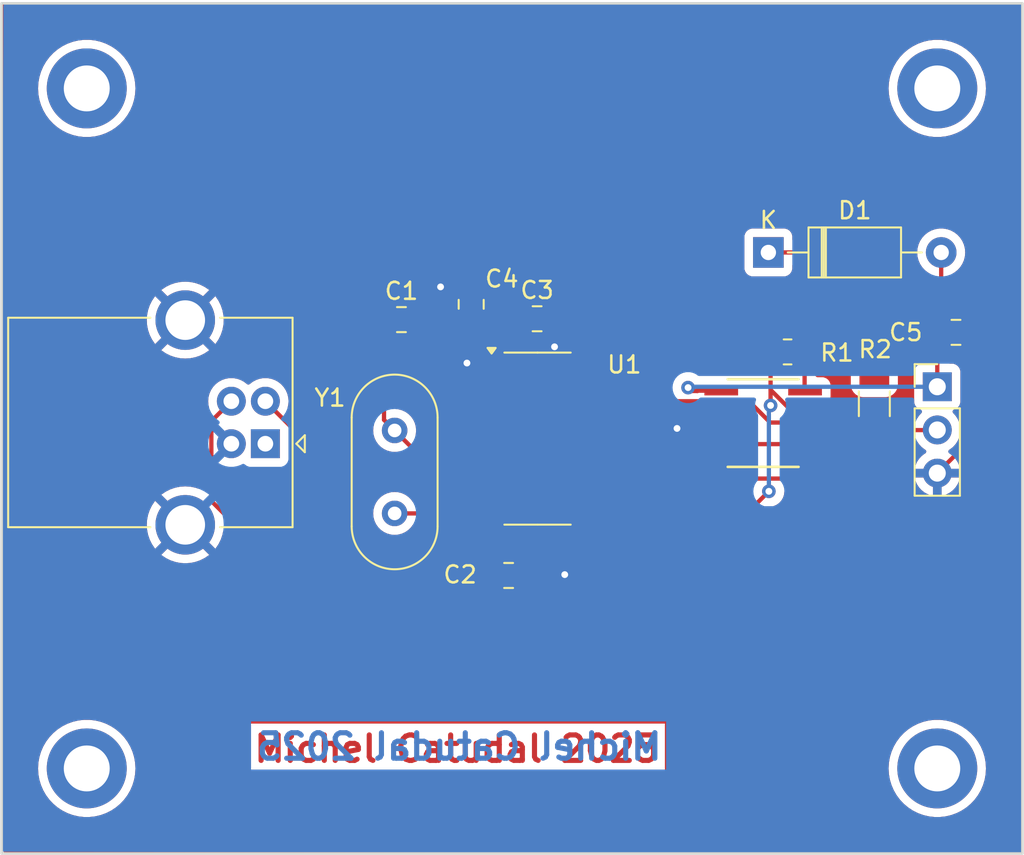
<source format=kicad_pcb>
(kicad_pcb (version 20240108) (generator "pcbnew") (generator_version "8.0")
  (layers (0 "F.Cu" signal) (31 "B.Cu" signal) (34 "B.Paste" user) (35 "F.Paste" user) (36 "B.SilkS" user "B.Silkscreen") (37 "F.SilkS" user "F.Silkscreen") (38 "B.Mask" user) (39 "F.Mask" user) (44 "Edge.Cuts" user))
  (net 0 "")
  (net 1 "GND")
  (net 2 "Net-(U1-XI)")
  (net 3 "Net-(U1-XO)")
  (net 4 "Net-(U1-V3)")
  (net 5 "Net-(U1-VCC)")
  (net 6 "Net-(D1-A)")
  (net 7 "Net-(D1-K)")
  (net 8 "Net-(P1-D+)")
  (net 9 "Net-(P1-D-)")
  (net 11 "Net-(P2-Pin_2)")
  (net 12 "Net-(U1-~{CTS})")
  (net 13 "Net-(U1-~{RTS})")
  (net 15 "Net-(U1-TXD)")
  (net 19 "Net-(U1-RXD)")
  (footprint "Capacitor_SMD:C_0805_2012Metric_Pad1.18x1.45mm_HandSolder" (layer "F.Cu") (at 153.5 98.6)
    (property "Reference" "C1" (at 0 -1.68 0) (layer "F.SilkS"))
    (property "Value" "22pF")
    (fp_line (start -0.261252 -0.735) (end 0.261252 -0.735) (stroke (width 0.12)) (layer "F.SilkS"))
    (fp_line (start -0.261252 0.735) (end 0.261252 0.735) (stroke (width 0.12)) (layer "F.SilkS"))
    (pad "1" smd roundrect (at -1.0375 0) (size 1.175 1.45) (layers "F.Cu" "F.Paste" "F.Mask") (roundrect_rratio 0.212766) (net 2 "Net-(U1-XI)"))
    (pad "2" smd roundrect (at 1.0375 0) (size 1.175 1.45) (layers "F.Cu" "F.Paste" "F.Mask") (roundrect_rratio 0.212766) (net 1 "GND"))
  )
  (footprint "Capacitor_SMD:C_0805_2012Metric_Pad1.18x1.45mm_HandSolder" (layer "F.Cu") (at 159.8 113.65)
    (property "Reference" "C2" (at -2.85 -0.05 0) (layer "F.SilkS"))
    (property "Value" "22pF")
    (fp_line (start -0.261252 -0.735) (end 0.261252 -0.735) (stroke (width 0.12)) (layer "F.SilkS"))
    (fp_line (start -0.261252 0.735) (end 0.261252 0.735) (stroke (width 0.12)) (layer "F.SilkS"))
    (pad "1" smd roundrect (at -1.0375 0) (size 1.175 1.45) (layers "F.Cu" "F.Paste" "F.Mask") (roundrect_rratio 0.212766) (net 3 "Net-(U1-XO)"))
    (pad "2" smd roundrect (at 1.0375 0) (size 1.175 1.45) (layers "F.Cu" "F.Paste" "F.Mask") (roundrect_rratio 0.212766) (net 1 "GND"))
  )
  (footprint "Capacitor_SMD:C_0805_2012Metric_Pad1.18x1.45mm_HandSolder" (layer "F.Cu") (at 161.475 98.55)
    (property "Reference" "C3" (at 0 -1.68 0) (layer "F.SilkS"))
    (property "Value" "0.1uF")
    (fp_line (start -0.261252 -0.735) (end 0.261252 -0.735) (stroke (width 0.12)) (layer "F.SilkS"))
    (fp_line (start -0.261252 0.735) (end 0.261252 0.735) (stroke (width 0.12)) (layer "F.SilkS"))
    (pad "1" smd roundrect (at -1.0375 0) (size 1.175 1.45) (layers "F.Cu" "F.Paste" "F.Mask") (roundrect_rratio 0.212766) (net 4 "Net-(U1-V3)"))
    (pad "2" smd roundrect (at 1.0375 0) (size 1.175 1.45) (layers "F.Cu" "F.Paste" "F.Mask") (roundrect_rratio 0.212766) (net 1 "GND"))
  )
  (footprint "Capacitor_SMD:C_0805_2012Metric_Pad1.18x1.45mm_HandSolder" (layer "F.Cu") (at 157.6 97.7 90)
    (property "Reference" "C4" (at 1.5 1.8 180) (layer "F.SilkS"))
    (property "Value" "0.1uF")
    (fp_line (start -0.261252 -0.735) (end 0.261252 -0.735) (stroke (width 0.12)) (layer "F.SilkS"))
    (fp_line (start -0.261252 0.735) (end 0.261252 0.735) (stroke (width 0.12)) (layer "F.SilkS"))
    (pad "1" smd roundrect (at -1.0375 0 90) (size 1.175 1.45) (layers "F.Cu" "F.Paste" "F.Mask") (roundrect_rratio 0.212766) (net 5 "Net-(U1-VCC)"))
    (pad "2" smd roundrect (at 1.0375 0 90) (size 1.175 1.45) (layers "F.Cu" "F.Paste" "F.Mask") (roundrect_rratio 0.212766) (net 1 "GND"))
  )
  (footprint "Connector_USB:USB_B_OST_USB-B1HSxx_Horizontal" (layer "F.Cu") (at 145.5 105.9 180)
    (property "Reference" "P1" (hide yes))
    (property "Value" "USB_B" (hide yes))
    (fp_line (start 15.12 7.41) (end 6.76 7.41) (stroke (width 0.12)) (layer "F.SilkS"))
    (fp_line (start 15.12 -4.91) (end 15.12 7.41) (stroke (width 0.12)) (layer "F.SilkS"))
    (fp_line (start 6.76 -4.91) (end 15.12 -4.91) (stroke (width 0.12)) (layer "F.SilkS"))
    (fp_line (start 2.66 -4.91) (end -1.6 -4.91) (stroke (width 0.12)) (layer "F.SilkS"))
    (fp_line (start -1.6 7.41) (end 2.66 7.41) (stroke (width 0.12)) (layer "F.SilkS"))
    (fp_line (start -1.6 -4.91) (end -1.6 7.41) (stroke (width 0.12)) (layer "F.SilkS"))
    (fp_line (start -1.82 0) (end -2.32 -0.5) (stroke (width 0.12)) (layer "F.SilkS"))
    (fp_line (start -2.32 0.5) (end -1.82 0) (stroke (width 0.12)) (layer "F.SilkS"))
    (fp_line (start -2.32 -0.5) (end -2.32 0.5) (stroke (width 0.12)) (layer "F.SilkS"))
    (pad "1" thru_hole rect (at 0 0 180) (size 1.7 1.7) (drill 0.92) (layers "*.Cu" "*.Mask"))
    (pad "2" thru_hole circle (at 0 2.5 180) (size 1.7 1.7) (drill 0.92) (layers "*.Cu" "*.Mask") (net 9 "Net-(P1-D-)"))
    (pad "3" thru_hole circle (at 2 2.5 180) (size 1.7 1.7) (drill 0.92) (layers "*.Cu" "*.Mask") (net 8 "Net-(P1-D+)"))
    (pad "4" thru_hole circle (at 2 0 180) (size 1.7 1.7) (drill 0.92) (layers "*.Cu" "*.Mask") (net 1 "GND"))
    (pad "5" thru_hole circle (at 4.71 -4.77 180) (size 3.5 3.5) (drill 2.33) (layers "*.Cu" "*.Mask") (net 1 "GND"))
    (pad "5" thru_hole circle (at 4.71 7.27 180) (size 3.5 3.5) (drill 2.33) (layers "*.Cu" "*.Mask") (net 1 "GND"))
  )
  (footprint "Package_SO:SOIC-16_3.9x9.9mm_P1.27mm" (layer "F.Cu") (at 161.5 105.6)
    (property "Reference" "U1" (at 5.1 -4.35 180) (layer "F.SilkS"))
    (property "Value" "CH340G")
    (fp_line (start 0 -5.06) (end -1.95 -5.06) (stroke (width 0.12)) (layer "F.SilkS"))
    (fp_line (start 0 -5.06) (end 1.95 -5.06) (stroke (width 0.12)) (layer "F.SilkS"))
    (fp_line (start 0 5.06) (end -1.95 5.06) (stroke (width 0.12)) (layer "F.SilkS"))
    (fp_line (start 0 5.06) (end 1.95 5.06) (stroke (width 0.12)) (layer "F.SilkS"))
    (fp_poly (pts (xy -2.7 -5.005) (xy -2.94 -5.335) (xy -2.46 -5.335) (xy -2.7 -5.005)) (stroke (width 0.12)) (fill solid) (layer "F.SilkS"))
    (pad "1" smd roundrect (at -2.475 -4.445) (size 1.95 0.6) (layers "F.Cu" "F.Paste" "F.Mask") (net 1 "GND"))
    (pad "2" smd roundrect (at -2.475 -3.175) (size 1.95 0.6) (layers "F.Cu" "F.Paste" "F.Mask") (net 15 "Net-(U1-TXD)"))
    (pad "3" smd roundrect (at -2.475 -1.905) (size 1.95 0.6) (layers "F.Cu" "F.Paste" "F.Mask") (net 19 "Net-(U1-RXD)"))
    (pad "4" smd roundrect (at -2.475 -0.635) (size 1.95 0.6) (layers "F.Cu" "F.Paste" "F.Mask") (net 4 "Net-(U1-V3)"))
    (pad "5" smd roundrect (at -2.475 0.635) (size 1.95 0.6) (layers "F.Cu" "F.Paste" "F.Mask") (net 8 "Net-(P1-D+)"))
    (pad "6" smd roundrect (at -2.475 1.905) (size 1.95 0.6) (layers "F.Cu" "F.Paste" "F.Mask") (net 9 "Net-(P1-D-)"))
    (pad "7" smd roundrect (at -2.475 3.175) (size 1.95 0.6) (layers "F.Cu" "F.Paste" "F.Mask") (net 2 "Net-(U1-XI)"))
    (pad "8" smd roundrect (at -2.475 4.445) (size 1.95 0.6) (layers "F.Cu" "F.Paste" "F.Mask") (net 3 "Net-(U1-XO)"))
    (pad "9" smd roundrect (at 2.475 4.445) (size 1.95 0.6) (layers "F.Cu" "F.Paste" "F.Mask") (net 12 "Net-(U1-~{CTS})"))
    (pad "10" smd roundrect (at 2.475 3.175) (size 1.95 0.6) (layers "F.Cu" "F.Paste" "F.Mask"))
    (pad "11" smd roundrect (at 2.475 1.905) (size 1.95 0.6) (layers "F.Cu" "F.Paste" "F.Mask"))
    (pad "12" smd roundrect (at 2.475 0.635) (size 1.95 0.6) (layers "F.Cu" "F.Paste" "F.Mask"))
    (pad "13" smd roundrect (at 2.475 -0.635) (size 1.95 0.6) (layers "F.Cu" "F.Paste" "F.Mask"))
    (pad "14" smd roundrect (at 2.475 -1.905) (size 1.95 0.6) (layers "F.Cu" "F.Paste" "F.Mask") (net 13 "Net-(U1-~{RTS})"))
    (pad "15" smd roundrect (at 2.475 -3.175) (size 1.95 0.6) (layers "F.Cu" "F.Paste" "F.Mask"))
    (pad "16" smd roundrect (at 2.475 -4.445) (size 1.95 0.6) (layers "F.Cu" "F.Paste" "F.Mask") (net 5 "Net-(U1-VCC)"))
  )
  (footprint "Crystal:Crystal_HC49-4H_Vertical" (layer "F.Cu") (at 153.1 110 90)
    (property "Reference" "Y1" (at 6.8 -3.8 180) (layer "F.SilkS"))
    (property "Value" "12Mhz")
    (fp_line (start -0.76 -2.525) (end 5.64 -2.525) (stroke (width 0.12)) (layer "F.SilkS"))
    (fp_line (start -0.76 2.525) (end 5.64 2.525) (stroke (width 0.12)) (layer "F.SilkS"))
    (fp_arc (start 5.64 -2.525) (mid 8.165 0) (end 5.64 2.525) (stroke (width 0.12)) (layer "F.SilkS"))
    (fp_arc (start -0.76 2.525) (mid -3.285 0) (end -0.76 -2.525) (stroke (width 0.12)) (layer "F.SilkS"))
    (pad "1" thru_hole circle (at 0 0 90) (size 1.5 1.5) (drill 0.8) (layers "*.Cu" "*.Mask") (net 3 "Net-(U1-XO)"))
    (pad "2" thru_hole circle (at 4.88 0 90) (size 1.5 1.5) (drill 0.8) (layers "*.Cu" "*.Mask") (net 2 "Net-(U1-XI)"))
  )
  (footprint "Resistor_SMD:R_1206_3216Metric_Pad1.30x1.75mm_HandSolder" (layer "F.Cu") (at 181.3 103.55 -90)
    (property "Reference" "R2" (at -3.2 -0.05 180) (layer "F.SilkS"))
    (property "Value" "1k")
    (fp_line (start -0.727064 0.91) (end 0.727064 0.91) (stroke (width 0.12)) (layer "F.SilkS"))
    (fp_line (start -0.727064 -0.91) (end 0.727064 -0.91) (stroke (width 0.12)) (layer "F.SilkS"))
    (pad "1" smd roundrect (at -1.55 0 270) (size 1.3 1.75) (layers "F.Cu" "F.Paste" "F.Mask") (roundrect_rratio 0.192308) (net 7 "Net-(D1-K)"))
    (pad "2" smd roundrect (at 1.55 0 270) (size 1.3 1.75) (layers "F.Cu" "F.Paste" "F.Mask") (roundrect_rratio 0.192308) (net 11 "Net-(P2-Pin_2)"))
  )
  (footprint "MountingHole:MountingHole_2.7mm_M2.5_DIN965_Pad" (layer "F.Cu") (at 135 125)
    (property "Reference" "H7" (hide yes))
    (property "Value" "MountingHole" (hide yes))
    (pad "1" thru_hole circle (at 0 0) (size 4.7 4.7) (drill 2.7) (layers "*.Cu" "*.Mask"))
  )
  (footprint "MountingHole:MountingHole_2.7mm_M2.5_DIN965_Pad" (layer "F.Cu") (at 135 85)
    (property "Reference" "H5" (hide yes))
    (property "Value" "MountingHole" (hide yes))
    (pad "1" thru_hole circle (at 0 0) (size 4.7 4.7) (drill 2.7) (layers "*.Cu" "*.Mask"))
  )
  (footprint "catu:SOIC8_4P9X3P9MC_MCH" (layer "F.Cu") (at 174.7638 104.685)
    (property "Reference" "U2" (hide yes))
    (property "Value" "MCP2025-330")
    (fp_line (start -2.0828 2.5781) (end 2.0828 2.5781) (stroke (width 0.1524)) (layer "F.SilkS"))
    (fp_line (start 2.0828 -2.5781) (end -2.0828 -2.5781) (stroke (width 0.1524)) (layer "F.SilkS"))
    (pad "1" smd rect (at -2.4638 -1.905) (size 1.9812 0.5588) (layers "F.Cu" "F.Paste" "F.Mask") (net 6 "Net-(D1-A)"))
    (pad "2" smd rect (at -2.4638 -0.635) (size 1.9812 0.5588) (layers "F.Cu" "F.Paste" "F.Mask") (net 13 "Net-(U1-~{RTS})"))
    (pad "3" smd rect (at -2.4638 0.635) (size 1.9812 0.5588) (layers "F.Cu" "F.Paste" "F.Mask") (net 1 "GND"))
    (pad "4" smd rect (at -2.4638 1.905) (size 1.9812 0.5588) (layers "F.Cu" "F.Paste" "F.Mask") (net 11 "Net-(P2-Pin_2)"))
    (pad "5" smd rect (at 2.4638 1.905) (size 1.9812 0.5588) (layers "F.Cu" "F.Paste" "F.Mask") (net 19 "Net-(U1-RXD)"))
    (pad "6" smd rect (at 2.4638 0.635) (size 1.9812 0.5588) (layers "F.Cu" "F.Paste" "F.Mask") (net 15 "Net-(U1-TXD)"))
    (pad "7" smd rect (at 2.4638 -0.635) (size 1.9812 0.5588) (layers "F.Cu" "F.Paste" "F.Mask") (net 12 "Net-(U1-~{CTS})"))
    (pad "8" smd rect (at 2.4638 -1.905) (size 1.9812 0.5588) (layers "F.Cu" "F.Paste" "F.Mask") (net 5 "Net-(U1-VCC)"))
  )
  (footprint "Connector_PinHeader_2.54mm:PinHeader_1x03_P2.54mm_Vertical" (layer "F.Cu") (at 185 102.55)
    (property "Reference" "P2" (hide yes))
    (property "Value" "LIN")
    (fp_line (start -1.33 -1.33) (end 0 -1.33) (stroke (width 0.12)) (layer "F.SilkS"))
    (fp_line (start -1.33 0) (end -1.33 -1.33) (stroke (width 0.12)) (layer "F.SilkS"))
    (fp_line (start -1.33 1.27) (end -1.33 6.41) (stroke (width 0.12)) (layer "F.SilkS"))
    (fp_line (start -1.33 1.27) (end 1.33 1.27) (stroke (width 0.12)) (layer "F.SilkS"))
    (fp_line (start -1.33 6.41) (end 1.33 6.41) (stroke (width 0.12)) (layer "F.SilkS"))
    (fp_line (start 1.33 1.27) (end 1.33 6.41) (stroke (width 0.12)) (layer "F.SilkS"))
    (pad "1" thru_hole rect (at 0 0) (size 1.7 1.7) (drill 1) (layers "*.Cu" "*.Mask") (net 6 "Net-(D1-A)"))
    (pad "2" thru_hole oval (at 0 2.54) (size 1.7 1.7) (drill 1) (layers "*.Cu" "*.Mask") (net 11 "Net-(P2-Pin_2)"))
    (pad "3" thru_hole oval (at 0 5.08) (size 1.7 1.7) (drill 1) (layers "*.Cu" "*.Mask") (net 1 "GND"))
  )
  (footprint "Diode_THT:D_A-405_P10.16mm_Horizontal" (layer "F.Cu") (at 175.07 94.65)
    (property "Reference" "D1" (at 5.08 -2.47 0) (layer "F.SilkS"))
    (property "Value" "1N4003")
    (fp_line (start 1.14 0) (end 2.36 0) (stroke (width 0.12)) (layer "F.SilkS"))
    (fp_line (start 2.36 -1.47) (end 2.36 1.47) (stroke (width 0.12)) (layer "F.SilkS"))
    (fp_line (start 2.36 1.47) (end 7.8 1.47) (stroke (width 0.12)) (layer "F.SilkS"))
    (fp_line (start 3.14 -1.47) (end 3.14 1.47) (stroke (width 0.12)) (layer "F.SilkS"))
    (fp_line (start 3.26 -1.47) (end 3.26 1.47) (stroke (width 0.12)) (layer "F.SilkS"))
    (fp_line (start 3.38 -1.47) (end 3.38 1.47) (stroke (width 0.12)) (layer "F.SilkS"))
    (fp_line (start 7.8 -1.47) (end 2.36 -1.47) (stroke (width 0.12)) (layer "F.SilkS"))
    (fp_line (start 7.8 1.47) (end 7.8 -1.47) (stroke (width 0.12)) (layer "F.SilkS"))
    (fp_line (start 9.02 0) (end 7.8 0) (stroke (width 0.12)) (layer "F.SilkS"))
    (fp_text user "K" (at 0 -1.9 0) (layer "F.SilkS"))
    (pad "1" thru_hole rect (at 0 0) (size 1.8 1.8) (drill 0.9) (layers "*.Cu" "*.Mask") (net 7 "Net-(D1-K)"))
    (pad "2" thru_hole oval (at 10.16 0) (size 1.8 1.8) (drill 0.9) (layers "*.Cu" "*.Mask") (net 6 "Net-(D1-A)"))
  )
  (footprint "MountingHole:MountingHole_2.7mm_M2.5_DIN965_Pad" (layer "F.Cu") (at 185 85)
    (property "Reference" "H6" (hide yes))
    (property "Value" "MountingHole" (hide yes))
    (pad "1" thru_hole circle (at 0 0) (size 4.7 4.7) (drill 2.7) (layers "*.Cu" "*.Mask"))
  )
  (footprint "Capacitor_SMD:C_0805_2012Metric_Pad1.18x1.45mm_HandSolder" (layer "F.Cu") (at 186.1 99.35)
    (property "Reference" "C5" (at -2.95 0 0) (layer "F.SilkS"))
    (property "Value" "0.1uF")
    (fp_line (start -0.261252 -0.735) (end 0.261252 -0.735) (stroke (width 0.12)) (layer "F.SilkS"))
    (fp_line (start -0.261252 0.735) (end 0.261252 0.735) (stroke (width 0.12)) (layer "F.SilkS"))
    (pad "1" smd roundrect (at -1.0375 0) (size 1.175 1.45) (layers "F.Cu" "F.Paste" "F.Mask") (roundrect_rratio 0.212766) (net 6 "Net-(D1-A)"))
    (pad "2" smd roundrect (at 1.0375 0) (size 1.175 1.45) (layers "F.Cu" "F.Paste" "F.Mask") (roundrect_rratio 0.212766) (net 1 "GND"))
  )
  (footprint "MountingHole:MountingHole_2.7mm_M2.5_DIN965_Pad" (layer "F.Cu") (at 185 125)
    (property "Reference" "H8" (hide yes))
    (property "Value" "MountingHole" (hide yes))
    (pad "1" thru_hole circle (at 0 0) (size 4.7 4.7) (drill 2.7) (layers "*.Cu" "*.Mask"))
  )
  (footprint "Resistor_SMD:R_0805_2012Metric_Pad1.20x1.40mm_HandSolder" (layer "F.Cu") (at 176.2 100.5 180)
    (property "Reference" "R1" (at -2.9 -0.05 0) (layer "F.SilkS"))
    (property "Value" "10k")
    (fp_line (start -0.227064 0.735) (end 0.227064 0.735) (stroke (width 0.12)) (layer "F.SilkS"))
    (fp_line (start -0.227064 -0.735) (end 0.227064 -0.735) (stroke (width 0.12)) (layer "F.SilkS"))
    (pad "1" smd roundrect (at -1 0 180) (size 1.2 1.4) (layers "F.Cu" "F.Paste" "F.Mask") (roundrect_rratio 0.208333) (net 5 "Net-(U1-VCC)"))
    (pad "2" smd roundrect (at 1 0 180) (size 1.2 1.4) (layers "F.Cu" "F.Paste" "F.Mask") (roundrect_rratio 0.208333) (net 12 "Net-(U1-~{CTS})"))
  )
  (gr_line (start 190 80) (end 130 80) (stroke (width 0.15)) (layer "Edge.Cuts"))
  (gr_line (start 130 80) (end 130 130) (stroke (width 0.15)) (layer "Edge.Cuts"))
  (gr_line (start 130 130) (end 190 130) (stroke (width 0.15)) (layer "Edge.Cuts"))
  (gr_line (start 190 130) (end 190 80) (stroke (width 0.15)) (layer "Edge.Cuts"))
  (gr_text "Michel Catudal 2025" (at 156.75 123.85 0) (layer "F.Cu") (effects (font (size 1.5 1.5) (thickness 0.3))))
  (gr_text "USB To Lin" (at 162.1 83.9 0) (layer "F.Cu") (effects (font (size 1.5 1.5) (thickness 0.3))))
  (gr_text "Michel Catudal 2025" (at 168.95 124.6 -0) (layer "B.Cu") (effects (font (size 1.5 1.5) (thickness 0.3) (bold yes)) (justify left bottom mirror)))
  (segment (start 161.795 101.155) (end 162.5 100.45) (width 0.25) (layer "F.Cu") (net 1))
  (segment (start 163.1 113.6) (end 160.875 113.6) (width 0.25) (layer "F.Cu") (net 1))
  (segment (start 170.02 105.32) (end 169.7 105) (width 0.25) (layer "F.Cu") (net 1))
  (segment (start 162.5 100.2) (end 162.5 98.55) (width 0.25) (layer "F.Cu") (net 1))
  (segment (start 159.025 101.155) (end 161.795 101.155) (width 0.25) (layer "F.Cu") (net 1))
  (segment (start 155.15 96.65) (end 155.4 96.65) (width 0.25) (layer "F.Cu") (net 1))
  (segment (start 154.525 98.6) (end 154.525 97.275) (width 0.25) (layer "F.Cu") (net 1))
  (segment (start 157.35 101.155) (end 159.025 101.155) (width 0.25) (layer "F.Cu") (net 1))
  (segment (start 187.1375 105.4925) (end 185 107.63) (width 0.25) (layer "F.Cu") (net 1))
  (segment (start 162.5 100.45) (end 162.5 100.2) (width 0.25) (layer "F.Cu") (net 1))
  (segment (start 160.875 113.6) (end 160.825 113.65) (width 0.25) (layer "F.Cu") (net 1))
  (segment (start 154.525 97.275) (end 155.15 96.65) (width 0.25) (layer "F.Cu") (net 1))
  (segment (start 155.4 96.65) (end 155.425 96.675) (width 0.25) (layer "F.Cu") (net 1))
  (segment (start 187.1375 99.35) (end 187.1375 105.4925) (width 0.25) (layer "F.Cu") (net 1))
  (segment (start 172.3 105.32) (end 170.02 105.32) (width 0.25) (layer "F.Cu") (net 1))
  (segment (start 155.8 96.675) (end 156.05 96.675) (width 0.25) (layer "F.Cu") (net 1))
  (segment (start 155.425 96.675) (end 155.8 96.675) (width 0.25) (layer "F.Cu") (net 1))
  (segment (start 156.05 96.675) (end 157.6 96.675) (width 0.25) (layer "F.Cu") (net 1))
  (via (at 157.35 101.155) (size 0.8) (drill 0.4) (layers "F.Cu" "B.Cu") (net 1))
  (via (at 162.5 100.2) (size 0.8) (drill 0.4) (layers "F.Cu" "B.Cu") (net 1))
  (via (at 163.1 113.6) (size 0.8) (drill 0.4) (layers "F.Cu" "B.Cu") (net 1))
  (via (at 155.8 96.675) (size 0.8) (drill 0.4) (layers "F.Cu" "B.Cu") (net 1))
  (via (at 169.7 105) (size 0.8) (drill 0.4) (layers "F.Cu" "B.Cu") (net 1))
  (segment (start 184.5 109.7) (end 185 109.2) (width 0.25) (layer "B.Cu") (net 1))
  (segment (start 169.7 105) (end 169.7 112.9) (width 0.25) (layer "B.Cu") (net 1))
  (segment (start 169.7 105.625305) (end 173.774695 109.7) (width 0.25) (layer "B.Cu") (net 1))
  (segment (start 163.15 113.65) (end 163.1 113.6) (width 0.25) (layer "B.Cu") (net 1))
  (segment (start 169.7 105) (end 169.7 105.625305) (width 0.25) (layer "B.Cu") (net 1))
  (segment (start 155.8 96.675) (end 155.8 99.605) (width 0.25) (layer "B.Cu") (net 1))
  (segment (start 168.95 113.65) (end 163.15 113.65) (width 0.25) (layer "B.Cu") (net 1))
  (segment (start 164.9 100.2) (end 169.7 105) (width 0.25) (layer "B.Cu") (net 1))
  (segment (start 162.5 100.2) (end 164.9 100.2) (width 0.25) (layer "B.Cu") (net 1))
  (segment (start 173.774695 109.7) (end 184.5 109.7) (width 0.25) (layer "B.Cu") (net 1))
  (segment (start 185 109.2) (end 185 107.63) (width 0.25) (layer "B.Cu") (net 1))
  (segment (start 169.7 112.9) (end 168.95 113.65) (width 0.25) (layer "B.Cu") (net 1))
  (segment (start 155.8 99.605) (end 157.35 101.155) (width 0.25) (layer "B.Cu") (net 1))
  (segment (start 152.475 104.495) (end 153.1 105.12) (width 0.25) (layer "F.Cu") (net 2))
  (segment (start 156.755 108.775) (end 159.025 108.775) (width 0.25) (layer "F.Cu") (net 2))
  (segment (start 152.475 98.6) (end 152.475 104.495) (width 0.25) (layer "F.Cu") (net 2))
  (segment (start 153.1 105.12) (end 156.755 108.775) (width 0.25) (layer "F.Cu") (net 2))
  (segment (start 159.025 113.4) (end 158.775 113.65) (width 0.25) (layer "F.Cu") (net 3))
  (segment (start 159.025 110.045) (end 159.025 113.4) (width 0.25) (layer "F.Cu") (net 3))
  (segment (start 158.98 110) (end 159.025 110.045) (width 0.25) (layer "F.Cu") (net 3))
  (segment (start 153.1 110) (end 158.98 110) (width 0.25) (layer "F.Cu") (net 3))
  (segment (start 159.05 99.95) (end 157.5 99.95) (width 0.25) (layer "F.Cu") (net 4))
  (segment (start 156.625 104.625) (end 156.965 104.965) (width 0.25) (layer "F.Cu") (net 4))
  (segment (start 160.45 98.55) (end 159.05 99.95) (width 0.25) (layer "F.Cu") (net 4))
  (segment (start 157.5 99.95) (end 156.625 100.825) (width 0.25) (layer "F.Cu") (net 4))
  (segment (start 156.965 104.965) (end 159.025 104.965) (width 0.25) (layer "F.Cu") (net 4))
  (segment (start 156.625 100.825) (end 156.625 104.625) (width 0.25) (layer "F.Cu") (net 4))
  (segment (start 163.975 97.525) (end 163.975 101.155) (width 0.25) (layer "F.Cu") (net 5))
  (segment (start 159.225 97.1) (end 163.55 97.1) (width 0.25) (layer "F.Cu") (net 5))
  (segment (start 171.545 101.155) (end 173.6 99.1) (width 0.25) (layer "F.Cu") (net 5))
  (segment (start 173.6 99.1) (end 176.95 99.1) (width 0.25) (layer "F.Cu") (net 5))
  (segment (start 177.2 102.7524) (end 177.2276 102.78) (width 0.25) (layer "F.Cu") (net 5))
  (segment (start 163.55 97.1) (end 163.975 97.525) (width 0.25) (layer "F.Cu") (net 5))
  (segment (start 176.95 99.1) (end 177.2 99.35) (width 0.25) (layer "F.Cu") (net 5))
  (segment (start 177.2 100.5) (end 177.2 102.7524) (width 0.25) (layer "F.Cu") (net 5))
  (segment (start 157.6 98.725) (end 159.225 97.1) (width 0.25) (layer "F.Cu") (net 5))
  (segment (start 163.975 101.155) (end 171.545 101.155) (width 0.25) (layer "F.Cu") (net 5))
  (segment (start 177.2 99.35) (end 177.2 100.5) (width 0.25) (layer "F.Cu") (net 5))
  (segment (start 170.55 102.8) (end 170.9 102.8) (width 0.25) (layer "F.Cu") (net 6))
  (segment (start 170.92 102.78) (end 172.3 102.78) (width 0.25) (layer "F.Cu") (net 6))
  (segment (start 185.0625 99.35) (end 185.0625 99.3625) (width 0.25) (layer "F.Cu") (net 6))
  (segment (start 185.0625 99.3625) (end 185 99.425) (width 0.25) (layer "F.Cu") (net 6))
  (segment (start 185.23 94.65) (end 185.23 99.1825) (width 0.25) (layer "F.Cu") (net 6))
  (segment (start 170.9 102.8) (end 170.92 102.78) (width 0.25) (layer "F.Cu") (net 6))
  (segment (start 185.23 99.1825) (end 185.0625 99.35) (width 0.25) (layer "F.Cu") (net 6))
  (segment (start 170.35 102.6) (end 170.55 102.8) (width 0.25) (layer "F.Cu") (net 6))
  (segment (start 185 99.425) (end 185 102.55) (width 0.25) (layer "F.Cu") (net 6))
  (via (at 170.35 102.6) (size 0.8) (drill 0.4) (layers "F.Cu" "B.Cu") (net 6))
  (segment (start 185 102.55) (end 170.4 102.55) (width 0.25) (layer "B.Cu") (net 6))
  (segment (start 170.4 102.55) (end 170.35 102.6) (width 0.25) (layer "B.Cu") (net 6))
  (segment (start 180.95 94.65) (end 181.3 95) (width 0.25) (layer "F.Cu") (net 7))
  (segment (start 181.3 95) (end 181.3 102) (width 0.25) (layer "F.Cu") (net 7))
  (segment (start 175.07 94.65) (end 180.95 94.65) (width 0.25) (layer "F.Cu") (net 7))
  (segment (start 165.7 112.613604) (end 164.136396 111.05) (width 0.25) (layer "F.Cu") (net 8))
  (segment (start 165.7 119.3) (end 165.7 112.613604) (width 0.25) (layer "F.Cu") (net 8))
  (segment (start 165.55 119.45) (end 165.7 119.3) (width 0.25) (layer "F.Cu") (net 8))
  (segment (start 142.325 109.270506) (end 144.25 111.195506) (width 0.25) (layer "F.Cu") (net 8))
  (segment (start 161.6 106.65) (end 161.15 106.2) (width 0.25) (layer "F.Cu") (net 8))
  (segment (start 161.95 111.05) (end 161.6 110.7) (width 0.25) (layer "F.Cu") (net 8))
  (segment (start 161.6 110.7) (end 161.6 106.65) (width 0.25) (layer "F.Cu") (net 8))
  (segment (start 144.25 111.195506) (end 144.25 119) (width 0.25) (layer "F.Cu") (net 8))
  (segment (start 161.15 106.2) (end 161.115 106.235) (width 0.25) (layer "F.Cu") (net 8))
  (segment (start 164.136396 111.05) (end 161.95 111.05) (width 0.25) (layer "F.Cu") (net 8))
  (segment (start 144.7 119.45) (end 165.55 119.45) (width 0.25) (layer "F.Cu") (net 8))
  (segment (start 143.5 103.4) (end 142.325 104.575) (width 0.25) (layer "F.Cu") (net 8))
  (segment (start 144.25 119) (end 144.7 119.45) (width 0.25) (layer "F.Cu") (net 8))
  (segment (start 161.115 106.235) (end 159.025 106.235) (width 0.25) (layer "F.Cu") (net 8))
  (segment (start 142.325 104.575) (end 142.325 109.270506) (width 0.25) (layer "F.Cu") (net 8))
  (segment (start 164.15 111.7) (end 161.5 111.7) (width 0.25) (layer "F.Cu") (net 9))
  (segment (start 164.55 117.25) (end 165.25 116.55) (width 0.25) (layer "F.Cu") (net 9))
  (segment (start 161.1 111.3) (end 161.1 107.95) (width 0.25) (layer "F.Cu") (net 9))
  (segment (start 145.5 103.4) (end 148.9 106.8) (width 0.25) (layer "F.Cu") (net 9))
  (segment (start 160.65 107.5) (end 160.645 107.505) (width 0.25) (layer "F.Cu") (net 9))
  (segment (start 161.5 111.7) (end 161.1 111.3) (width 0.25) (layer "F.Cu") (net 9))
  (segment (start 149.7 117.25) (end 164.55 117.25) (width 0.25) (layer "F.Cu") (net 9))
  (segment (start 160.645 107.505) (end 159.025 107.505) (width 0.25) (layer "F.Cu") (net 9))
  (segment (start 165.25 112.8) (end 164.15 111.7) (width 0.25) (layer "F.Cu") (net 9))
  (segment (start 148.9 106.8) (end 148.9 116.45) (width 0.25) (layer "F.Cu") (net 9))
  (segment (start 165.25 116.55) (end 165.25 112.8) (width 0.25) (layer "F.Cu") (net 9))
  (segment (start 148.9 116.45) (end 149.7 117.25) (width 0.25) (layer "F.Cu") (net 9))
  (segment (start 161.1 107.95) (end 160.65 107.5) (width 0.25) (layer "F.Cu") (net 9))
  (segment (start 172.3 106.59) (end 173.66 107.95) (width 0.25) (layer "F.Cu") (net 11))
  (segment (start 181.05 107.95) (end 181.3 107.7) (width 0.25) (layer "F.Cu") (net 11))
  (segment (start 173.66 107.95) (end 181.05 107.95) (width 0.25) (layer "F.Cu") (net 11))
  (segment (start 184.99 105.1) (end 185 105.09) (width 0.25) (layer "F.Cu") (net 11))
  (segment (start 181.3 105.1) (end 184.99 105.1) (width 0.25) (layer "F.Cu") (net 11))
  (segment (start 181.3 107.7) (end 181.3 105.1) (width 0.25) (layer "F.Cu") (net 11))
  (segment (start 175.1 108.7) (end 173.755 110.045) (width 0.25) (layer "F.Cu") (net 12))
  (segment (start 175.2 103.65) (end 175.2 102.7336) (width 0.25) (layer "F.Cu") (net 12))
  (segment (start 173.755 110.045) (end 163.975 110.045) (width 0.25) (layer "F.Cu") (net 12))
  (segment (start 175.2 100.5) (end 175.2 102.7336) (width 0.25) (layer "F.Cu") (net 12))
  (segment (start 176.5164 104.05) (end 177.2276 104.05) (width 0.25) (layer "F.Cu") (net 12))
  (segment (start 175.2 102.7336) (end 176.5164 104.05) (width 0.25) (layer "F.Cu") (net 12))
  (via (at 175.1 108.7) (size 0.8) (drill 0.4) (layers "F.Cu" "B.Cu") (net 12))
  (via (at 175.2 103.65) (size 0.8) (drill 0.4) (layers "F.Cu" "B.Cu") (net 12))
  (segment (start 175.1 108.7) (end 175.1 103.75) (width 0.25) (layer "B.Cu") (net 12))
  (segment (start 175.1 103.75) (end 175.2 103.65) (width 0.25) (layer "B.Cu") (net 12))
  (segment (start 166.55 104.05) (end 172.3 104.05) (width 0.25) (layer "F.Cu") (net 13))
  (segment (start 164.13 103.85) (end 166.35 103.85) (width 0.25) (layer "F.Cu") (net 13))
  (segment (start 163.975 103.695) (end 164.13 103.85) (width 0.25) (layer "F.Cu") (net 13))
  (segment (start 166.35 103.85) (end 166.55 104.05) (width 0.25) (layer "F.Cu") (net 13))
  (segment (start 165.33 101.78) (end 162.07 101.78) (width 0.25) (layer "F.Cu") (net 15))
  (segment (start 173.924695 103.4) (end 166.95 103.4) (width 0.25) (layer "F.Cu") (net 15))
  (segment (start 177.2276 105.32) (end 176.562 104.6544) (width 0.25) (layer "F.Cu") (net 15))
  (segment (start 166.95 103.4) (end 165.33 101.78) (width 0.25) (layer "F.Cu") (net 15))
  (segment (start 161.425 102.425) (end 159.025 102.425) (width 0.25) (layer "F.Cu") (net 15))
  (segment (start 175.179095 104.6544) (end 173.924695 103.4) (width 0.25) (layer "F.Cu") (net 15))
  (segment (start 176.562 104.6544) (end 175.179095 104.6544) (width 0.25) (layer "F.Cu") (net 15))
  (segment (start 162.07 101.78) (end 161.425 102.425) (width 0.25) (layer "F.Cu") (net 15))
  (segment (start 176.562 105.9244) (end 167.2994 105.9244) (width 0.25) (layer "F.Cu") (net 19))
  (segment (start 167.2994 105.9244) (end 165.695 104.32) (width 0.25) (layer "F.Cu") (net 19))
  (segment (start 161.72 104.32) (end 161.095 103.695) (width 0.25) (layer "F.Cu") (net 19))
  (segment (start 165.695 104.32) (end 161.72 104.32) (width 0.25) (layer "F.Cu") (net 19))
  (segment (start 161.095 103.695) (end 159.025 103.695) (width 0.25) (layer "F.Cu") (net 19))
  (segment (start 177.2276 106.59) (end 176.562 105.9244) (width 0.25) (layer "F.Cu") (net 19))
  (zone (net 1) (net_name "GND") (layer "F.Cu") (connect_pads (clearance 0.508)) (min_thickness 0.254) (fill yes (thermal_gap 0.508) (thermal_bridge_width 0.508))
    (polygon (pts (xy 190.1 79.9) (xy 190 130) (xy 130.1 130.1) (xy 129.9 79.9)))
  )
  (zone (net 1) (net_name "GND") (layer "B.Cu") (connect_pads (clearance 0.508)) (min_thickness 0.254) (fill yes (thermal_gap 0.508) (thermal_bridge_width 0.508))
    (polygon (pts (xy 190.1 79.9) (xy 190 130) (xy 129.9 129.9) (xy 130.1 79.8)))
  )
)
</source>
